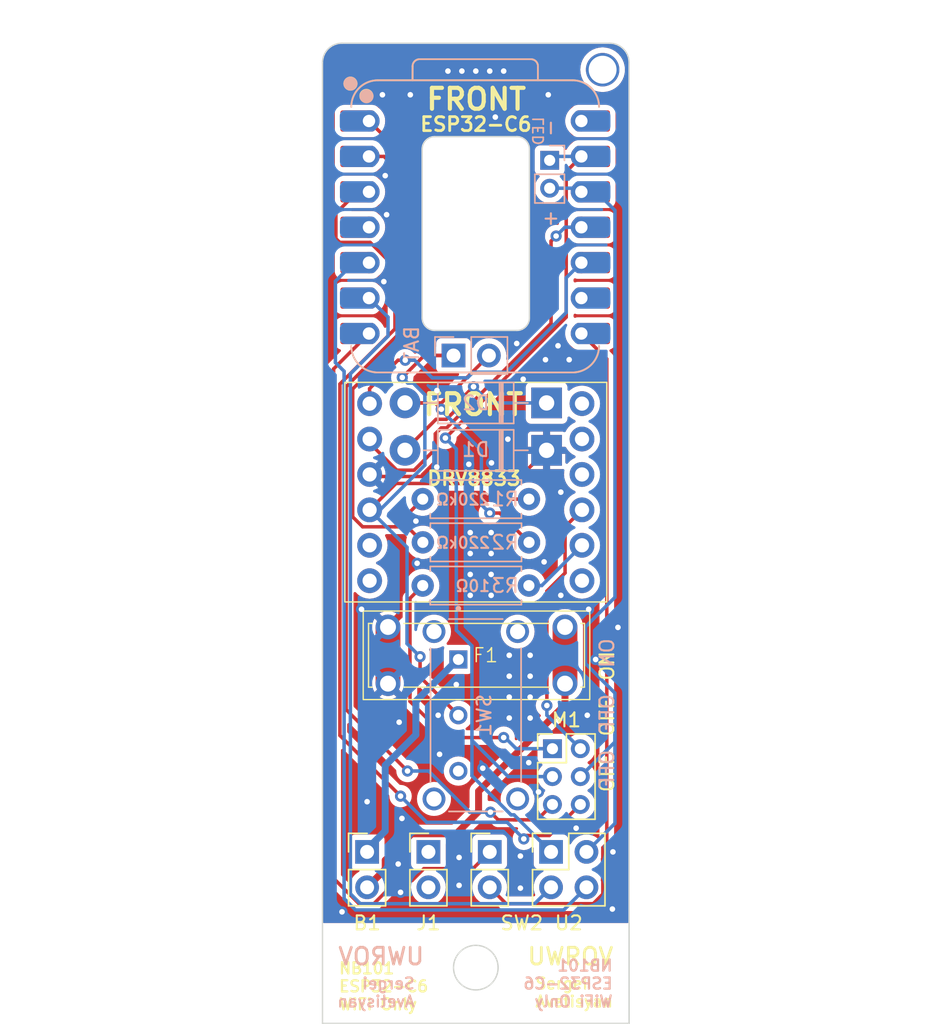
<source format=kicad_pcb>
(kicad_pcb (version 20240108) (generator "pcbnew") (generator_version "8.0")
  (layers (0 "F.Cu" signal) (31 "B.Cu" signal) (34 "B.Paste" user) (35 "F.Paste" user) (36 "B.SilkS" user "B.Silkscreen") (37 "F.SilkS" user "F.Silkscreen") (38 "B.Mask" user) (39 "F.Mask" user) (44 "Edge.Cuts" user))
  (net 0 "")
  (net 1 "Net-(B1-+)")
  (net 2 "Net-(B1--)")
  (net 3 "Net-(D1-K)")
  (net 4 "Net-(SW1-B)")
  (net 5 "Net-(D1-A)")
  (net 6 "Net-(D2-A)")
  (net 7 "Net-(M1--)")
  (net 8 "Net-(M1-+)")
  (net 9 "Net-(U1-D0)")
  (net 10 "Net-(U3-Out4)")
  (net 12 "Net-(SW2-COM)")
  (net 15 "Net-(U1-D5_SCL)")
  (net 16 "Net-(U1-D9)")
  (net 17 "unconnected-(U1-D2-Pad3)")
  (net 18 "unconnected-(U1-D1-Pad2)")
  (net 19 "Net-(U1-D10)")
  (net 21 "Net-(U1-D4_SDA)")
  (net 22 "Net-(U1-VCC_3V3)")
  (net 29 "Net-(U1-GND)")
  (net 30 "Net-(SW2-NC)")
  (footprint "NanoBoardFootprints:XIAO-ESP32C6-DIP" (layer "F.Cu") (at 140 80)
    (property "Reference" "U1")
    (property "Value" "XiaoESP32C6" (hide yes))
    (pad "1" smd roundrect (at -8.5 -7.62 180) (size 2.432 1.524) (layers "F.Cu" "F.Mask") (roundrect_rratio 0.1) (net 9 "Net-(U1-D0)"))
    (pad "1" smd roundrect (at -8.43625 -7.62) (size 2.6485 1.524) (layers "B.Cu" "B.Mask") (net 9 "Net-(U1-D0)"))
    (pad "1" thru_hole circle (at -7.665 -7.62 180) (size 1.524 1.524) (drill 0.889) (layers "*.Cu" "*.Mask") (net 9 "Net-(U1-D0)"))
    (pad "2" smd roundrect (at -8.5 -5.08 180) (size 2.432 1.524) (layers "F.Cu" "F.Mask") (roundrect_rratio 0.1) (net 18 "unconnected-(U1-D1-Pad2)"))
    (pad "2" smd roundrect (at -8.427 -5.08) (size 2.6485 1.524) (layers "B.Cu" "B.Mask") (net 18 "unconnected-(U1-D1-Pad2)"))
    (pad "2" thru_hole circle (at -7.665 -5.08 180) (size 1.524 1.524) (drill 0.889) (layers "*.Cu" "*.Mask") (net 18 "unconnected-(U1-D1-Pad2)"))
    (pad "3" smd roundrect (at -8.5 -2.54 180) (size 2.432 1.524) (layers "F.Cu" "F.Mask") (roundrect_rratio 0.1) (net 17 "unconnected-(U1-D2-Pad3)"))
    (pad "3" smd roundrect (at -8.427 -2.54) (size 2.6485 1.524) (layers "B.Cu" "B.Mask") (net 17 "unconnected-(U1-D2-Pad3)"))
    (pad "3" thru_hole circle (at -7.665 -2.54 180) (size 1.524 1.524) (drill 0.889) (layers "*.Cu" "*.Mask") (net 17 "unconnected-(U1-D2-Pad3)"))
    (pad "4" smd roundrect (at -8.5 0 180) (size 2.432 1.524) (layers "F.Cu" "F.Mask") (roundrect_rratio 0.1))
    (pad "4" smd roundrect (at -8.427 0) (size 2.6485 1.524) (layers "B.Cu" "B.Mask"))
    (pad "4" thru_hole circle (at -7.665 0 180) (size 1.524 1.524) (drill 0.889) (layers "*.Cu" "*.Mask"))
    (pad "5" smd roundrect (at -8.5 2.54 180) (size 2.432 1.524) (layers "F.Cu" "F.Mask") (roundrect_rratio 0.1) (net 21 "Net-(U1-D4_SDA)"))
    (pad "5" smd roundrect (at -8.427 2.54) (size 2.6485 1.524) (layers "B.Cu" "B.Mask") (net 21 "Net-(U1-D4_SDA)"))
    (pad "5" thru_hole circle (at -7.665 2.54 180) (size 1.524 1.524) (drill 0.889) (layers "*.Cu" "*.Mask") (net 21 "Net-(U1-D4_SDA)"))
    (pad "6" smd roundrect (at -8.5 5.08 180) (size 2.432 1.524) (layers "F.Cu" "F.Mask") (roundrect_rratio 0.1) (net 15 "Net-(U1-D5_SCL)"))
    (pad "6" smd roundrect (at -8.427 5.08) (size 2.6485 1.524) (layers "B.Cu" "B.Mask") (net 15 "Net-(U1-D5_SCL)"))
    (pad "6" thru_hole circle (at -7.665 5.08 180) (size 1.524 1.524) (drill 0.889) (layers "*.Cu" "*.Mask") (net 15 "Net-(U1-D5_SCL)"))
    (pad "7" smd roundrect (at -8.5 7.62 180) (size 2.432 1.524) (layers "F.Cu" "F.Mask") (roundrect_rratio 0.1) (net 12 "Net-(SW2-COM)"))
    (pad "7" smd roundrect (at -8.427 7.62) (size 2.6485 1.524) (layers "B.Cu" "B.Mask") (net 12 "Net-(SW2-COM)"))
    (pad "7" thru_hole circle (at -7.665 7.62 180) (size 1.524 1.524) (drill 0.889) (layers "*.Cu" "*.Mask") (net 12 "Net-(SW2-COM)"))
    (pad "8" thru_hole circle (at 7.575 7.62) (size 1.524 1.524) (drill 0.889) (layers "*.Cu" "*.Mask") (net 30 "Net-(SW2-NC)"))
    (pad "8" smd roundrect (at 8.337 7.62) (size 2.6485 1.524) (layers "B.Cu" "B.Mask") (net 30 "Net-(SW2-NC)"))
    (pad "8" smd roundrect (at 8.41 7.62) (size 2.432 1.524) (layers "F.Cu" "F.Mask") (roundrect_rratio 0.1) (net 30 "Net-(SW2-NC)"))
    (pad "9" thru_hole circle (at 7.575 5.08) (size 1.524 1.524) (drill 0.889) (layers "*.Cu" "*.Mask"))
    (pad "9" smd roundrect (at 8.337 5.08) (size 2.6485 1.524) (layers "B.Cu" "B.Mask"))
    (pad "9" smd roundrect (at 8.41 5.08) (size 2.432 1.524) (layers "F.Cu" "F.Mask") (roundrect_rratio 0.1))
    (pad "10" thru_hole circle (at 7.575 2.54) (size 1.524 1.524) (drill 0.889) (layers "*.Cu" "*.Mask") (net 16 "Net-(U1-D9)"))
    (pad "10" smd roundrect (at 8.337 2.54) (size 2.6485 1.524) (layers "B.Cu" "B.Mask") (net 16 "Net-(U1-D9)"))
    (pad "10" smd roundrect (at 8.41 2.54) (size 2.432 1.524) (layers "F.Cu" "F.Mask") (roundrect_rratio 0.1) (net 16 "Net-(U1-D9)"))
    (pad "11" thru_hole circle (at 7.575 0) (size 1.524 1.524) (drill 0.889) (layers "*.Cu" "*.Mask") (net 19 "Net-(U1-D10)"))
    (pad "11" smd roundrect (at 8.337 0) (size 2.6485 1.524) (layers "B.Cu" "B.Mask") (net 19 "Net-(U1-D10)"))
    (pad "11" smd roundrect (at 8.41 0) (size 2.432 1.524) (layers "F.Cu" "F.Mask") (roundrect_rratio 0.1) (net 19 "Net-(U1-D10)"))
    (pad "12" thru_hole circle (at 7.575 -2.54) (size 1.524 1.524) (drill 0.889) (layers "*.Cu" "*.Mask") (net 22 "Net-(U1-VCC_3V3)"))
    (pad "12" smd roundrect (at 8.337 -2.54) (size 2.6485 1.524) (layers "B.Cu" "B.Mask") (net 22 "Net-(U1-VCC_3V3)"))
    (pad "12" smd roundrect (at 8.41 -2.54) (size 2.432 1.524) (layers "F.Cu" "F.Mask") (roundrect_rratio 0.1) (net 22 "Net-(U1-VCC_3V3)"))
    (pad "13" thru_hole circle (at 7.575 -5.08) (size 1.524 1.524) (drill 0.889) (layers "*.Cu" "*.Mask") (net 29 "Net-(U1-GND)"))
    (pad "13" smd roundrect (at 8.337 -5.08) (size 2.6485 1.524) (layers "B.Cu" "B.Mask") (net 29 "Net-(U1-GND)"))
    (pad "13" smd roundrect (at 8.41 -5.08) (size 2.432 1.524) (layers "F.Cu" "F.Mask") (roundrect_rratio 0.1) (net 29 "Net-(U1-GND)"))
    (pad "14" thru_hole circle (at 7.575 -7.62) (size 1.524 1.524) (drill 0.889) (layers "*.Cu" "*.Mask"))
    (pad "14" smd roundrect (at 8.337 -7.62) (size 2.6485 1.524) (layers "B.Cu" "B.Mask"))
    (pad "14" smd roundrect (at 8.41 -7.62) (size 2.432 1.524) (layers "F.Cu" "F.Mask") (roundrect_rratio 0.1))
  )
  (footprint "Connector_PinHeader_2.54mm:PinHeader_2x02_P2.54mm_Vertical" (layer "F.Cu") (at 145.4 124.8)
    (property "Reference" "U2" (at 1.27 5.1 0) (layer "F.SilkS"))
    (property "Value" "MS583730BA01-50" (hide yes))
    (pad "1" thru_hole rect (at 0 0) (size 1.7 1.7) (drill 1) (layers "*.Cu" "*.Mask") (net 29 "Net-(U1-GND)"))
    (pad "2" thru_hole oval (at 2.54 0) (size 1.7 1.7) (drill 1) (layers "*.Cu" "*.Mask") (net 22 "Net-(U1-VCC_3V3)"))
    (pad "3" thru_hole oval (at 0 2.54) (size 1.7 1.7) (drill 1) (layers "*.Cu" "*.Mask") (net 15 "Net-(U1-D5_SCL)"))
    (pad "4" thru_hole oval (at 2.54 2.54) (size 1.7 1.7) (drill 1) (layers "*.Cu" "*.Mask") (net 21 "Net-(U1-D4_SDA)"))
  )
  (footprint "NanoBoardFootprints:Fuse-Holder-01110501Z" (layer "F.Cu") (at 140.05 110.7)
    (property "Reference" "F1" (at 0.65 0 0) (layer "F.SilkS") (effects (font (thickness 0.1))))
    (property "Value" "0.5A Fuse")
    (pad "1" thru_hole circle (at -6.35 -2.032) (size 1.778 1.778) (drill 1.143) (layers "*.Cu" "*.Mask") (net 3 "Net-(D1-K)"))
    (pad "1" smd rect (at -6.35 0) (size 1.778 4.064) (layers "F.Cu" "F.Mask") (net 3 "Net-(D1-K)"))
    (pad "1" thru_hole circle (at -6.35 2.032) (size 1.778 1.778) (drill 1.143) (layers "*.Cu" "*.Mask") (net 3 "Net-(D1-K)"))
    (pad "2" thru_hole circle (at 6.35 -2.032) (size 1.778 1.778) (drill 1.143) (layers "*.Cu" "*.Mask") (net 2 "Net-(B1--)"))
    (pad "2" smd rect (at 6.35 0) (size 1.778 4.064) (layers "F.Cu" "F.Mask") (net 2 "Net-(B1--)"))
    (pad "2" thru_hole circle (at 6.35 2.032) (size 1.778 1.778) (drill 1.143) (layers "*.Cu" "*.Mask") (net 2 "Net-(B1--)"))
  )
  (footprint "Connector_PinHeader_2.00mm:PinHeader_2x03_P2.00mm_Vertical" (layer "F.Cu") (at 145.5 117.4)
    (property "Reference" "M1" (at 1 -2.06 0) (layer "F.SilkS"))
    (property "Value" "PinHeader_2x03_P2.00mm_Vertical" (hide yes))
    (pad "1" thru_hole rect (at 0 0) (size 1.35 1.35) (drill 0.8) (layers "*.Cu" "*.Mask") (net 7 "Net-(M1--)"))
    (pad "2" thru_hole oval (at 2 0) (size 1.35 1.35) (drill 0.8) (layers "*.Cu" "*.Mask") (net 8 "Net-(M1-+)"))
    (pad "3" thru_hole oval (at 0 2) (size 1.35 1.35) (drill 0.8) (layers "*.Cu" "*.Mask") (net 29 "Net-(U1-GND)"))
    (pad "4" thru_hole oval (at 2 2) (size 1.35 1.35) (drill 0.8) (layers "*.Cu" "*.Mask") (net 22 "Net-(U1-VCC_3V3)"))
    (pad "5" thru_hole oval (at 0 4) (size 1.35 1.35) (drill 0.8) (layers "*.Cu" "*.Mask") (net 18 "unconnected-(U1-D1-Pad2)"))
    (pad "6" thru_hole oval (at 2 4) (size 1.35 1.35) (drill 0.8) (layers "*.Cu" "*.Mask") (net 17 "unconnected-(U1-D2-Pad3)"))
  )
  (footprint "Connector_PinHeader_2.54mm:PinHeader_1x02_P2.54mm_Vertical" (layer "F.Cu") (at 132.2 124.8)
    (property "Reference" "B1" (at 0 5.1 0) (layer "F.SilkS"))
    (property "Value" "6V" (hide yes))
    (pad "1" thru_hole rect (at 0 0) (size 1.7 1.7) (drill 1) (layers "*.Cu" "*.Mask") (net 1 "Net-(B1-+)"))
    (pad "2" thru_hole oval (at 0 2.54) (size 1.7 1.7) (drill 1) (layers "*.Cu" "*.Mask") (net 2 "Net-(B1--)"))
  )
  (footprint "Connector_PinHeader_2.54mm:PinHeader_1x02_P2.54mm_Vertical" (layer "F.Cu") (at 136.6 124.8)
    (property "Reference" "J1" (at 0 5.1 0) (layer "F.SilkS"))
    (property "Value" "Motor_DC" (hide yes))
    (pad "1" thru_hole rect (at 0 0) (size 1.7 1.7) (drill 1) (layers "*.Cu" "*.Mask"))
    (pad "2" thru_hole oval (at 0 2.54) (size 1.7 1.7) (drill 1) (layers "*.Cu" "*.Mask"))
  )
  (footprint "Connector_PinHeader_2.54mm:PinHeader_1x02_P2.54mm_Vertical" (layer "F.Cu") (at 141 124.8)
    (property "Reference" "SW2" (at 2.3 5.1 0) (layer "F.SilkS"))
    (property "Value" "Limit Switch" (hide yes))
    (pad "1" thru_hole rect (at 0 0) (size 1.7 1.7) (drill 1) (layers "*.Cu" "*.Mask") (net 12 "Net-(SW2-COM)"))
    (pad "2" thru_hole oval (at 0 2.54) (size 1.7 1.7) (drill 1) (layers "*.Cu" "*.Mask") (net 30 "Net-(SW2-NC)"))
  )
  (footprint "TestPoint:TestPoint_THTPad_D1.0mm_Drill0.5mm" (layer "F.Cu") (at 149.1 68.7)
    (property "Reference" "REF**" (hide yes))
    (property "Value" "TestPoint_THTPad_D1.0mm_Drill0.5mm" (hide yes))
    (pad "1" thru_hole circle (at 0 0) (size 2.4 2.4) (drill 2) (layers "*.Cu" "*.Mask"))
  )
  (footprint "NanoBoardFootprints:DRV8833-THT" (layer "F.Cu") (at 140 99)
    (property "Reference" "U3" (hide yes))
    (property "Value" "DRV8833-THT" (hide yes))
    (pad "1" thru_hole circle (at 7.62 -6.35) (size 1.778 1.778) (drill 1.016) (layers "*.Cu" "*.Mask"))
    (pad "2" thru_hole circle (at 7.62 -3.81) (size 1.778 1.778) (drill 1.016) (layers "*.Cu" "*.Mask"))
    (pad "3" thru_hole circle (at 7.62 -1.27) (size 1.778 1.778) (drill 1.016) (layers "*.Cu" "*.Mask"))
    (pad "4" thru_hole circle (at 7.62 1.27) (size 1.778 1.778) (drill 1.016) (layers "*.Cu" "*.Mask") (net 8 "Net-(M1-+)"))
    (pad "5" thru_hole circle (at 7.62 3.81) (size 1.778 1.778) (drill 1.016) (layers "*.Cu" "*.Mask") (net 10 "Net-(U3-Out4)"))
    (pad "6" thru_hole circle (at 7.62 6.35) (size 1.778 1.778) (drill 1.016) (layers "*.Cu" "*.Mask"))
    (pad "7" thru_hole circle (at -7.62 6.35) (size 1.778 1.778) (drill 1.016) (layers "*.Cu" "*.Mask"))
    (pad "8" thru_hole circle (at -7.62 3.81) (size 1.778 1.778) (drill 1.016) (layers "*.Cu" "*.Mask"))
    (pad "9" thru_hole circle (at -7.62 1.27) (size 1.778 1.778) (drill 1.016) (layers "*.Cu" "*.Mask") (net 4 "Net-(SW1-B)"))
    (pad "10" thru_hole circle (at -7.62 -1.27) (size 1.778 1.778) (drill 1.016) (layers "*.Cu" "*.Mask") (net 3 "Net-(D1-K)"))
    (pad "11" thru_hole circle (at -7.62 -3.81) (size 1.778 1.778) (drill 1.016) (layers "*.Cu" "*.Mask") (net 19 "Net-(U1-D10)"))
    (pad "12" thru_hole circle (at -7.62 -6.35) (size 1.778 1.778) (drill 1.016) (layers "*.Cu" "*.Mask") (net 16 "Net-(U1-D9)"))
  )
  (footprint "Resistor_THT:R_Axial_DIN0207_L6.3mm_D2.5mm_P7.62mm_Horizontal" (layer "B.Cu") (at 143.81 99.5 180)
    (property "Reference" "R1" (at 1.71 0 0) (layer "B.SilkS") (effects (justify mirror)))
    (property "Value" "220kOhm" (hide yes))
    (pad "1" thru_hole circle (at 0 0 180) (size 1.6 1.6) (drill 0.8) (layers "*.Cu" "*.Mask") (net 4 "Net-(SW1-B)"))
    (pad "2" thru_hole oval (at 7.62 0 180) (size 1.6 1.6) (drill 0.8) (layers "*.Cu" "*.Mask") (net 9 "Net-(U1-D0)"))
  )
  (footprint "Diode_THT:D_DO-41_SOD81_P10.16mm_Horizontal" (layer "B.Cu") (at 145.08 92.6 180)
    (property "Reference" "D2" (at 5.08 0 0) (layer "B.SilkS") (effects (justify mirror)))
    (property "Value" "Rectifier Diode" (hide yes))
    (pad "1" thru_hole rect (at 0 0 180) (size 2.2 2.2) (drill 1.1) (layers "*.Cu" "*.Mask") (net 5 "Net-(D1-A)"))
    (pad "2" thru_hole oval (at 10.16 0 180) (size 2.2 2.2) (drill 1.1) (layers "*.Cu" "*.Mask") (net 6 "Net-(D2-A)"))
  )
  (footprint "Connector_PinHeader_2.54mm:PinHeader_1x02_P2.54mm_Vertical" (layer "B.Cu") (at 138.4 89.2 -90)
    (property "Reference" "BAT" (at -0.8 3 90) (layer "B.SilkS") (effects (justify mirror)))
    (property "Value" "PinHeader_1x02_P2.54mm_Vertical" (hide yes))
    (pad "1" thru_hole rect (at 0 0 270) (size 1.7 1.7) (drill 1) (layers "*.Cu" "*.Mask") (net 4 "Net-(SW1-B)"))
    (pad "2" thru_hole oval (at 0 -2.54 270) (size 1.7 1.7) (drill 1) (layers "*.Cu" "*.Mask") (net 6 "Net-(D2-A)"))
  )
  (footprint "NanoBoardFootprints:Slide-Switch-EG1224" (layer "B.Cu") (at 140 115 -90)
    (property "Reference" "SW1" (at 0 -0.6 90) (layer "B.SilkS") (effects (justify mirror)))
    (property "Value" "SW")
    (pad "1" thru_hole rect (at -4 1.25 270) (size 1.298 1.298) (drill 0.79) (layers "*.Cu" "*.Mask") (net 1 "Net-(B1-+)"))
    (pad "2" thru_hole circle (at 0 1.25 270) (size 1.298 1.298) (drill 0.79) (layers "*.Cu" "*.Mask") (net 4 "Net-(SW1-B)"))
    (pad "3" thru_hole circle (at 4 1.25 270) (size 1.298 1.298) (drill 0.79) (layers "*.Cu" "*.Mask"))
    (pad "S1" thru_hole circle (at -6 -3 270) (size 1.635 1.635) (drill 1.09) (layers "*.Cu" "*.Mask"))
    (pad "S2" thru_hole circle (at 6 -3 270) (size 1.635 1.635) (drill 1.09) (layers "*.Cu" "*.Mask"))
    (pad "S3" thru_hole circle (at 6 3 270) (size 1.635 1.635) (drill 1.09) (layers "*.Cu" "*.Mask"))
    (pad "S4" thru_hole circle (at -6 3 270) (size 1.635 1.635) (drill 1.09) (layers "*.Cu" "*.Mask"))
  )
  (footprint "Diode_THT:D_DO-41_SOD81_P10.16mm_Horizontal" (layer "B.Cu") (at 145.08 96 180)
    (property "Reference" "D1" (at 5.08 0.05 0) (layer "B.SilkS") (effects (justify mirror)))
    (property "Value" "Rectifier Diode" (hide yes))
    (pad "1" thru_hole rect (at 0 0 180) (size 2.2 2.2) (drill 1.1) (layers "*.Cu" "*.Mask") (net 3 "Net-(D1-K)"))
    (pad "2" thru_hole oval (at 10.16 0 180) (size 2.2 2.2) (drill 1.1) (layers "*.Cu" "*.Mask") (net 5 "Net-(D1-A)"))
  )
  (footprint "Resistor_THT:R_Axial_DIN0207_L6.3mm_D2.5mm_P7.62mm_Horizontal" (layer "B.Cu") (at 143.81 105.7 180)
    (property "Reference" "R3" (at 1.71 0 0) (layer "B.SilkS") (effects (justify mirror)))
    (property "Value" "10 Ohm" (hide yes))
    (pad "1" thru_hole circle (at 0 0 180) (size 1.6 1.6) (drill 0.8) (layers "*.Cu" "*.Mask") (net 10 "Net-(U3-Out4)"))
    (pad "2" thru_hole oval (at 7.62 0 180) (size 1.6 1.6) (drill 0.8) (layers "*.Cu" "*.Mask") (net 7 "Net-(M1--)"))
  )
  (footprint "Resistor_THT:R_Axial_DIN0207_L6.3mm_D2.5mm_P7.62mm_Horizontal" (layer "B.Cu") (at 143.82 102.6 180)
    (property "Reference" "R2" (at 1.72 0 0) (layer "B.SilkS") (effects (justify mirror)))
    (property "Value" "220kOhm" (hide yes))
    (pad "1" thru_hole circle (at 0 0 180) (size 1.6 1.6) (drill 0.8) (layers "*.Cu" "*.Mask") (net 6 "Net-(D2-A)"))
    (pad "2" thru_hole oval (at 7.62 0 180) (size 1.6 1.6) (drill 0.8) (layers "*.Cu" "*.Mask") (net 9 "Net-(U1-D0)"))
  )
  (footprint "Connector_PinHeader_2.00mm:PinHeader_1x02_P2.00mm_Vertical" (layer "B.Cu") (at 145.3 75.2 180)
    (property "Reference" "LED" (at 0.8 2.1 90) (layer "B.SilkS") (effects (font (size 0.75 0.75) (thickness 0.12)) (justify mirror)))
    (property "Value" "PinHeader_1x02_P2.00mm_Vertical" (hide yes))
    (pad "1" thru_hole rect (at 0 0 180) (size 1.35 1.35) (drill 0.8) (layers "*.Cu" "*.Mask") (net 29 "Net-(U1-GND)"))
    (pad "2" thru_hole oval (at 0 -2 180) (size 1.35 1.35) (drill 0.8) (layers "*.Cu" "*.Mask") (net 22 "Net-(U1-VCC_3V3)"))
  )
  (gr_line (start 129 137.1) (end 129 68.2) (stroke (width 0.1)) (layer "Edge.Cuts"))
  (gr_line (start 151 68.2) (end 151 137.1) (stroke (width 0.1)) (layer "Edge.Cuts"))
  (gr_line (start 151 137.1) (end 129 137.1) (stroke (width 0.1)) (layer "Edge.Cuts"))
  (gr_line (start 142.95 87.4) (end 137.05 87.4) (stroke (width 0.1)) (layer "Edge.Cuts"))
  (gr_arc (start 136.15 74.4) (mid 136.413604 73.763604) (end 137.05 73.5) (stroke (width 0.1)) (layer "Edge.Cuts"))
  (gr_arc (start 142.95 73.5) (mid 143.586396 73.763604) (end 143.85 74.4) (stroke (width 0.1)) (layer "Edge.Cuts"))
  (gr_arc (start 143.85 86.5) (mid 143.586396 87.136396) (end 142.95 87.4) (stroke (width 0.1)) (layer "Edge.Cuts"))
  (gr_circle (center 140 133.1) (end 141.6 133.1) (stroke (width 0.1)) (fill none) (layer "Edge.Cuts"))
  (gr_line (start 143.85 86.5) (end 143.85 74.4) (stroke (width 0.1)) (layer "Edge.Cuts"))
  (gr_line (start 130.4 66.8) (end 149.6 66.8) (stroke (width 0.1)) (layer "Edge.Cuts"))
  (gr_arc (start 149.6 66.8) (mid 150.589949 67.210051) (end 151 68.2) (stroke (width 0.1)) (layer "Edge.Cuts"))
  (gr_arc (start 137.05 87.4) (mid 136.413604 87.136396) (end 136.15 86.5) (stroke (width 0.1)) (layer "Edge.Cuts"))
  (gr_arc (start 129 68.2) (mid 129.410051 67.210051) (end 130.4 66.8) (stroke (width 0.1)) (layer "Edge.Cuts"))
  (gr_line (start 137.05 73.5) (end 142.95 73.5) (stroke (width 0.1)) (layer "Edge.Cuts"))
  (gr_line (start 136.15 74.4) (end 136.15 86.5) (stroke (width 0.1)) (layer "Edge.Cuts"))
  (gr_text "ON" (at 150 109.4 90) (layer "B.SilkS") (effects (font (size 1 1)) (justify left bottom mirror)))
  (gr_text "10Ω" (at 141.1 106.2 0) (layer "B.SilkS") (effects (font (size 0.8 0.8) (thickness 0.15) (bold yes)) (justify left bottom mirror)))
  (gr_text "OFF" (at 150 117.4 90) (layer "B.SilkS") (effects (font (size 1 1)) (justify left bottom mirror)))
  (gr_text "+" (at 145.9 80.1 90) (layer "B.SilkS") (effects (font (size 1 1)) (justify left bottom)))
  (gr_text "Sergei\nAvetisyan" (at 135.7 136 0) (layer "B.SilkS") (effects (font (size 0.8 0.8) (thickness 0.15) (bold yes)) (justify left bottom mirror)))
  (gr_text "UWROV" (at 136.4 133 0) (layer "B.SilkS") (effects (font (size 1.2 1.2) (thickness 0.2) (bold yes)) (justify left bottom mirror)))
  (gr_text "OFF" (at 150 113.4 90) (layer "B.SilkS") (effects (font (size 1 1)) (justify left bottom mirror)))
  (gr_text "220kΩ" (at 141.1 100 0) (layer "B.SilkS") (effects (font (size 0.8 0.8) (thickness 0.15) (bold yes)) (justify left bottom mirror)))
  (gr_text "NB101\nESP32-C6\nWiFi Only\n" (at 149.9 136 0) (layer "B.SilkS") (effects (font (size 0.8 0.8) (thickness 0.16) (bold yes)) (justify left bottom mirror)))
  (gr_text "220kΩ" (at 141.1 103.1 0) (layer "B.SilkS") (effects (font (size 0.8 0.8) (thickness 0.15) (bold yes)) (justify left bottom mirror)))
  (gr_text "-\n" (at 145.9 73.6 90) (layer "B.SilkS") (effects (font (size 1 1)) (justify left bottom)))
  (gr_text "OFF" (at 150 120.6 90) (layer "F.SilkS") (effects (font (size 1 1)) (justify left bottom)))
  (gr_text "FRONT" (at 136.1 93.6 0) (layer "F.SilkS") (effects (font (size 1.5 1.5) (thickness 0.3) (bold yes)) (justify left bottom)))
  (gr_text "UWROV" (at 143.6 133 0) (layer "F.SilkS") (effects (font (size 1.2 1.2) (thickness 0.2) (bold yes)) (justify left bottom)))
  (gr_text "OFF" (at 150 116.6 90) (layer "F.SilkS") (effects (font (size 1 1)) (justify left bottom)))
  (gr_text "ON" (at 150 112.6 90) (layer "F.SilkS") (effects (font (size 1 1)) (justify left bottom)))
  (gr_text "FRONT" (at 136.3 71.7 0) (layer "F.SilkS") (effects (font (size 1.5 1.5) (thickness 0.3) (bold yes)) (justify left bottom)))
  (gr_text "Sergei\nAvetisyan" (at 144.2 136 0) (layer "F.SilkS") (effects (font (size 0.8 0.8) (thickness 0.15) (bold yes)) (justify left bottom)))
  (gr_text "DRV8833" (at 136.4 98.6 0) (layer "F.SilkS") (effects (font (size 1 1) (thickness 0.2) (bold yes)) (justify left bottom)))
  (gr_text "NB101\nESP32-C6\nWiFi Only\n" (at 130.1 136.2 0) (layer "F.SilkS") (effects (font (size 0.8 0.8) (thickness 0.16) (bold yes)) (justify left bottom)))
  (gr_text "ESP32-C6" (at 135.9 73.2 0) (layer "F.SilkS") (effects (font (size 1 1) (thickness 0.2) (bold yes)) (justify left bottom)))
  (segment (start 133.5 123.3) (end 132.2 124.6) (width 0.5) (layer "B.Cu") (net 1))
  (segment (start 138.7 111) (end 135.7 114) (width 0.5) (layer "B.Cu") (net 1))
  (segment (start 138.7 111) (end 138.75 111) (width 0.25) (layer "B.Cu") (net 1))
  (segment (start 132.2 124.6) (end 132.2 124.8) (width 0.5) (layer "B.Cu") (net 1))
  (segment (start 135.7 116.4) (end 133.5 118.6) (width 0.5) (layer "B.Cu") (net 1))
  (segment (start 132.2 124.8) (end 132.2 124.7) (width 0.25) (layer "B.Cu") (net 1))
  (segment (start 133.5 118.6) (end 133.5 123.3) (width 0.5) (layer "B.Cu") (net 1))
  (segment (start 135.7 114) (end 135.7 116.4) (width 0.5) (layer "B.Cu") (net 1))
  (segment (start 140.2 120.45) (end 146.4 114.25) (width 0.5) (layer "F.Cu") (net 2))
  (segment (start 132.2 127.34) (end 133.5 126.04) (width 0.5) (layer "F.Cu") (net 2))
  (segment (start 133.5 125.4) (end 135.4 123.5) (width 0.5) (layer "F.Cu") (net 2))
  (segment (start 133.5 126.04) (end 133.5 125.4) (width 0.5) (layer "F.Cu") (net 2))
  (segment (start 140.2 121.9) (end 140.2 120.45) (width 0.5) (layer "F.Cu") (net 2))
  (segment (start 138.6 123.5) (end 140.2 121.9) (width 0.5) (layer "F.Cu") (net 2))
  (segment (start 146.4 114.25) (end 146.4 112.732) (width 0.5) (layer "F.Cu") (net 2))
  (segment (start 135.4 123.5) (end 138.6 123.5) (width 0.5) (layer "F.Cu") (net 2))
  (segment (start 132.525 97.875) (end 143.205 97.875) (width 0.25) (layer "F.Cu") (net 3))
  (segment (start 132.38 97.73) (end 132.525 97.875) (width 0.25) (layer "F.Cu") (net 3))
  (segment (start 132.38 97.73) (end 132.65 98) (width 0.25) (layer "F.Cu") (net 3))
  (segment (start 143.205 97.875) (end 145.08 96) (width 0.25) (layer "F.Cu") (net 3))
  (via (at 146.1 99) (size 0.8) (drill 0.4) (layers "F.Cu" "B.Cu") (net 3))
  (via (at 141.1 101.9) (size 0.8) (drill 0.4) (layers "F.Cu" "B.Cu") (net 3))
  (via (at 147.2 123.1) (size 0.8) (drill 0.4) (layers "F.Cu" "B.Cu") (net 3))
  (via (at 146.1 106.4) (size 0.8) (drill 0.4) (layers "F.Cu" "B.Cu") (net 3))
  (via (at 149.84 124.8) (size 0.8) (drill 0.4) (layers "F.Cu" "B.Cu") (net 3))
  (via (at 142.4 110.7) (size 0.8) (drill 0.4) (layers "F.Cu" "B.Cu") (net 3))
  (via (at 139.6 104.9) (size 0.8) (drill 0.4) (layers "F.Cu" "B.Cu") (net 3))
  (via (at 141.125 96.9) (size 0.8) (drill 0.4) (layers "F.Cu" "B.Cu") (net 3))
  (via (at 131.8 107.4) (size 0.8) (drill 0.4) (layers "F.Cu" "B.Cu") (net 3))
  (via (at 142 68.8) (size 0.8) (drill 0.4) (layers "F.Cu" "B.Cu") (net 3))
  (via (at 144.5 120.5) (size 0.8) (drill 0.4) (layers "F.Cu" "B.Cu") (net 3))
  (via (at 145 89.5) (size 0.8) (drill 0.4) (layers "F.Cu" "B.Cu") (net 3))
  (via (at 135.79 104.1) (size 0.8) (drill 0.4) (layers "F.Cu" "B.Cu") (net 3))
  (via (at 143.2 127.4) (size 0.8) (drill 0.4) (layers "F.Cu" "B.Cu") (net 3))
  (via (at 141.1 103.4) (size 0.8) (drill 0.4) (layers "F.Cu" "B.Cu") (net 3))
  (via (at 143.4 90.9) (size 0.8) (drill 0.4) (layers "F.Cu" "B.Cu") (net 3))
  (via (at 134.5 115.5) (size 0.8) (drill 0.4) (layers "F.Cu" "B.Cu") (net 3))
  (via (at 138.8 127.2) (size 0.8) (drill 0.4) (layers "F.Cu" "B.Cu") (net 3))
  (via (at 143.9 110.7) (size 0.8) (drill 0.4) (layers "F.Cu" "B.Cu") (net 3))
  (via (at 133.6 79.1) (size 0.8) (drill 0.4) (layers "F.Cu" "B.Cu") (net 3))
  (via (at 148.6 111) (size 0.8) (drill 0.4) (layers "F.Cu" "B.Cu") (net 3))
  (via (at 133.3 70.5) (size 0.8) (drill 0.4) (layers "F.Cu" "B.Cu") (net 3))
  (via (at 148 115) (size 0.8) (drill 0.4) (layers "F.Cu" "B.Cu") (net 3))
  (via (at 144.9 104) (size 0.8) (drill 0.4) (layers "F.Cu" "B.Cu") (net 3))
  (via (at 132.2 121.2) (size 0.8) (drill 0.4) (layers "F.Cu" "B.Cu") (net 3))
  (via (at 141.4 72.1) (size 0.8) (drill 0.4) (layers "F.Cu" "B.Cu") (net 3))
  (via (at 145.2 70.5) (size 0.8) (drill 0.4) (layers "F.Cu" "B.Cu") (net 3))
  (via (at 142.4 113.7) (size 0.8) (drill 0.4) (layers "F.Cu" "B.Cu") (net 3))
  (via (at 142.3 95.2) (size 0.8) (drill 0.4) (layers "F.Cu" "B.Cu") (net 3))
  (via (at 139.6 103.4) (size 0.8) (drill 0.4) (layers "F.Cu" "B.Cu") (net 3))
  (via (at 143.9 112.2) (size 0.8) (drill 0.4) (layers "F.Cu" "B.Cu") (net 3))
  (via (at 146.7 89.5) (size 0.8) (drill 0.4) (layers "F.Cu" "B.Cu") (net 3))
  (via (at 150.2 108.7) (size 0.8) (drill 0.4) (layers "F.Cu" "B.Cu") (net 3))
  (via (at 140 68.8) (size 0.8) (drill 0.4) (layers "F.Cu" "B.Cu") (net 3))
  (via (at 137.4 117.8) (size 0.8) (drill 0.4) (layers "F.Cu" "B.Cu") (net 3))
  (via (at 134.6 127.7) (size 0.8) (drill 0.4) (layers "F.Cu" "B.Cu") (net 3))
  (via (at 138 68.8) (size 0.8) (drill 0.4) (layers "F.Cu" "B.Cu") (net 3))
  (via (at 134.7 122.4) (size 0.8) (drill 0.4) (layers "F.Cu" "B.Cu") (net 3))
  (via (at 145.9 88.5) (size 0.8) (drill 0.4) (layers "F.Cu" "B.Cu") (net 3))
  (via (at 142.936777 88.336777) (size 0.8) (drill 0.4) (layers "F.Cu" "B.Cu") (net 3))
  (via (at 137.211246 91.709726) (size 0.8) (drill 0.4) (layers "F.Cu" "B.Cu") (net 3))
  (via (at 137.3 115) (size 0.8) (drill 0.4) (layers "F.Cu" "B.Cu") (net 3))
  (via (at 134.432214 125.669868) (size 0.8) (drill 0.4) (layers "F.Cu" "B.Cu") (net 3))
  (via (at 133.4 83.9) (size 0.8) (drill 0.4) (layers "F.Cu" "B.Cu") (net 3))
  (via (at 143.9 113.7) (size 0.8) (drill 0.4) (layers "F.Cu" "B.Cu") (net 3))
  (via (at 143.9 115.2) (size 0.8) (drill 0.4) (layers "F.Cu" "B.Cu") (net 3))
  (via (at 133.5 76.3) (size 0.8) (drill 0.4) (layers "F.Cu" "B.Cu") (net 3))
  (via (at 141.1 106.4) (size 0.8) (drill 0.4) (layers "F.Cu" "B.Cu") (net 3))
  (via (at 135.3 70.5) (size 0.8) (drill 0.4) (layers "F.Cu" "B.Cu") (net 3))
  (via (at 143.8 118.4) (size 0.8) (drill 0.4) (layers "F.Cu" "B.Cu") (net 3))
  (via (at 139.6 101.9) (size 0.8) (drill 0.4) (layers "F.Cu" "B.Cu") (net 3))
  (via (at 141.1 104.9) (size 0.8) (drill 0.4) (layers "F.Cu" "B.Cu") (net 3))
  (via (at 139.6 106.4) (size 0.8) (drill 0.4) (layers "F.Cu" "B.Cu") (net 3))
  (via (at 148.1 107.4) (size 0.8) (drill 0.4) (layers "F.Cu" "B.Cu") (net 3))
  (via (at 139 68.8) (size 0.8) (drill 0.4) (layers "F.Cu" "B.Cu") (net 3))
  (via (at 138.8 125.2) (size 0.8) (drill 0.4) (layers "F.Cu" "B.Cu") (net 3))
  (via (at 149.8 128.9) (size 0.8) (drill 0.4) (layers "F.Cu" "B.Cu") (net 3))
  (via (at 140.5 118.8) (size 0.8) (drill 0.4) (layers "F.Cu" "B.Cu") (net 3))
  (via (at 138.6 112.8) (size 0.8) (drill 0.4) (layers "F.Cu" "B.Cu") (net 3))
  (via (at 137.2 97.2) (size 0.8) (drill 0.4) (layers "F.Cu" "B.Cu") (net 3))
  (via (at 135.702222 101.076916) (size 0.8) (drill 0.4) (layers "F.Cu" "B.Cu") (net 3))
  (via (at 143.2 125.1) (size 0.8) (drill 0.4) (layers "F.Cu" "B.Cu") (net 3))
  (via (at 142.4 112.2) (size 0.8) (drill 0.4) (layers "F.Cu" "B.Cu") (net 3))
  (via (at 130.4 129.1) (size 0.8) (drill 0.4) (layers "F.Cu" "B.Cu") (net 3))
  (via (at 142.4 115.2) (size 0.8) (drill 0.4) (layers "F.Cu" "B.Cu") (net 3))
  (via (at 139.5 97) (size 0.8) (drill 0.4) (layers "F.Cu" "B.Cu") (net 3))
  (via (at 141 68.8) (size 0.8) (drill 0.4) (layers "F.Cu" "B.Cu") (net 3))
  (segment (start 142.1 99.5) (end 143.81 99.5) (width 0.25) (layer "F.Cu") (net 4))
  (segment (start 136 110.8) (end 136 112.25) (width 0.25) (layer "F.Cu") (net 4))
  (segment (start 136 112.25) (end 138.75 115) (width 0.25) (layer "F.Cu") (net 4))
  (segment (start 138.387653 89.187653) (end 138.4 89.2) (width 0.25) (layer "F.Cu") (net 4))
  (segment (start 136.312347 89.187653) (end 138.387653 89.187653) (width 0.25) (layer "F.Cu") (net 4))
  (segment (start 142.1 99.5) (end 142 99.5) (width 0.25) (layer "F.Cu") (net 4))
  (segment (start 142 99.5) (end 140.875 98.375) (width 0.25) (layer "F.Cu") (net 4))
  (segment (start 134.275 98.375) (end 132.38 100.27) (width 0.25) (layer "F.Cu") (net 4))
  (segment (start 136.9 89.2) (end 138.4 89.2) (width 0.25) (layer "F.Cu") (net 4))
  (segment (start 140.875 98.375) (end 134.275 98.375) (width 0.25) (layer "F.Cu") (net 4))
  (segment (start 134.723172 90.776828) (end 136.312347 89.187653) (width 0.25) (layer "F.Cu") (net 4))
  (via (at 134.723172 90.776828) (size 0.8) (drill 0.4) (layers "F.Cu" "B.Cu") (net 4))
  (via (at 136 110.8) (size 0.8) (drill 0.4) (layers "F.Cu" "B.Cu") (net 4))
  (segment (start 135.065 109.865) (end 135.065 102.955) (width 0.25) (layer "B.Cu") (net 4))
  (segment (start 134.723172 90.776828) (end 135.121344 91.175) (width 0.25) (layer "B.Cu") (net 4))
  (segment (start 136 110.8) (end 135.065 109.865) (width 0.25) (layer "B.Cu") (net 4))
  (segment (start 133.13 100.27) (end 132.38 100.27) (width 0.25) (layer "B.Cu") (net 4))
  (segment (start 135.510255 91.175) (end 136.345 92.009745) (width 0.25) (layer "B.Cu") (net 4))
  (segment (start 135.065 102.955) (end 132.38 100.27) (width 0.25) (layer "B.Cu") (net 4))
  (segment (start 136.345 97.055) (end 133.13 100.27) (width 0.25) (layer "B.Cu") (net 4))
  (segment (start 136.345 92.009745) (end 136.345 97.055) (width 0.25) (layer "B.Cu") (net 4))
  (segment (start 135.121344 91.175) (end 135.510255 91.175) (width 0.25) (layer "B.Cu") (net 4))
  (segment (start 137.145 93.775) (end 134.92 96) (width 0.25) (layer "F.Cu") (net 5))
  (segment (start 138.7 92.573554) (end 138.7 92.962464) (width 0.25) (layer "F.Cu") (net 5))
  (segment (start 138.7 92.962464) (end 137.887464 93.775) (width 0.25) (layer "F.Cu") (net 5))
  (segment (start 137.887464 93.775) (end 137.145 93.775) (width 0.25) (layer "F.Cu") (net 5))
  (segment (start 139.836777 91.436777) (end 138.7 92.573554) (width 0.25) (layer "F.Cu") (net 5))
  (via (at 139.836777 91.436777) (size 0.8) (drill 0.4) (layers "F.Cu" "B.Cu") (net 5))
  (segment (start 141 92.6) (end 145.08 92.6) (width 0.25) (layer "B.Cu") (net 5))
  (segment (start 139.836777 91.436777) (end 141 92.6) (width 0.25) (layer "B.Cu") (net 5))
  (segment (start 137.54 92.6) (end 134.92 92.6) (width 0.25) (layer "F.Cu") (net 6))
  (segment (start 141 100.5) (end 141.72 100.5) (width 0.25) (layer "F.Cu") (net 6))
  (segment (start 137.075 92.6) (end 134.92 92.6) (width 0.25) (layer "F.Cu") (net 6))
  (segment (start 140.94 89.2) (end 137.54 92.6) (width 0.25) (layer "F.Cu") (net 6))
  (segment (start 137.525 93.05) (end 137.075 92.6) (width 0.25) (layer "F.Cu") (net 6))
  (segment (start 141.72 100.5) (end 143.82 102.6) (width 0.25) (layer "F.Cu") (net 6))
  (via (at 141 100.5) (size 0.8) (drill 0.4) (layers "F.Cu" "B.Cu") (net 6))
  (via (at 137.525 93.05) (size 0.8) (drill 0.4) (layers "F.Cu" "B.Cu") (net 6))
  (segment (start 140.4 96) (end 137.525 93.125) (width 0.25) (layer "B.Cu") (net 6))
  (segment (start 140.4 99.9) (end 140.4 96) (width 0.25) (layer "B.Cu") (net 6))
  (segment (start 141 100.5) (end 140.4 99.9) (width 0.25) (layer "B.Cu") (net 6))
  (segment (start 137.525 93.125) (end 137.525 93.05) (width 0.25) (layer "B.Cu") (net 6))
  (segment (start 135.275 106.615) (end 135.275 113.3) (width 0.25) (layer "F.Cu") (net 7))
  (segment (start 135.275 113.3) (end 135.275 113.475) (width 0.25) (layer "F.Cu") (net 7))
  (segment (start 137.874695 116.6) (end 142 116.6) (width 0.25) (layer "F.Cu") (net 7))
  (segment (start 135.275 114.000305) (end 137.874695 116.6) (width 0.25) (layer "F.Cu") (net 7))
  (segment (start 135.275 113.3) (end 135.275 114.000305) (width 0.25) (layer "F.Cu") (net 7))
  (segment (start 136.19 105.7) (end 135.275 106.615) (width 0.25) (layer "F.Cu") (net 7))
  (via (at 142 116.6) (size 0.8) (drill 0.4) (layers "F.Cu" "B.Cu") (net 7))
  (segment (start 142.9 117.4) (end 145.5 117.4) (width 0.25) (layer "B.Cu") (net 7))
  (segment (start 142.1 116.6) (end 142.9 117.4) (width 0.25) (layer "B.Cu") (net 7))
  (segment (start 142 116.6) (end 142.1 116.6) (width 0.25) (layer "B.Cu") (net 7))
  (segment (start 145.1 106.1) (end 146.406 104.794) (width 0.25) (layer "F.Cu") (net 8))
  (segment (start 145.1 114.3) (end 145.1 106.1) (width 0.25) (layer "F.Cu") (net 8))
  (segment (start 146.406 101.484) (end 147.62 100.27) (width 0.25) (layer "F.Cu") (net 8))
  (segment (start 146.406 104.794) (end 146.406 101.484) (width 0.25) (layer "F.Cu") (net 8))
  (via (at 145.1 114.3) (size 0.8) (drill 0.4) (layers "F.Cu" "B.Cu") (net 8))
  (segment (start 145.1 115) (end 145.1 114.3) (width 0.25) (layer "B.Cu") (net 8))
  (segment (start 147.5 117.4) (end 145.1 115) (width 0.25) (layer "B.Cu") (net 8))
  (segment (start 135.1 87.665043) (end 131.166 91.599043) (width 0.25) (layer "F.Cu") (net 9))
  (segment (start 131.166 91.599043) (end 131.166 100.772856) (width 0.25) (layer "F.Cu") (net 9))
  (segment (start 135.084 101.484) (end 134.206 101.484) (width 0.25) (layer "F.Cu") (net 9))
  (segment (start 131.877144 101.484) (end 134.206 101.484) (width 0.25) (layer "F.Cu") (net 9))
  (segment (start 136.2 102.6) (end 135.084 101.484) (width 0.25) (layer "F.Cu") (net 9))
  (segment (start 134.206 101.484) (end 136.19 99.5) (width 0.25) (layer "F.Cu") (net 9))
  (segment (start 135.1 75.145) (end 135.1 87.665043) (width 0.25) (layer "F.Cu") (net 9))
  (segment (start 132.335 72.38) (end 135.1 75.145) (width 0.25) (layer "F.Cu") (net 9))
  (segment (start 131.166 100.772856) (end 131.877144 101.484) (width 0.25) (layer "F.Cu") (net 9))
  (segment (start 144.73 105.7) (end 143.81 105.7) (width 0.25) (layer "B.Cu") (net 10))
  (segment (start 147.62 102.81) (end 144.73 105.7) (width 0.25) (layer "B.Cu") (net 10))
  (segment (start 133.375 127.826701) (end 133.375 127.825) (width 0.25) (layer "F.Cu") (net 12))
  (segment (start 134.346701 126.853299) (end 135.425 126.853299) (width 0.25) (layer "F.Cu") (net 12))
  (segment (start 135.425 126.853299) (end 136.278299 126) (width 0.25) (layer "F.Cu") (net 12))
  (segment (start 133.375 127.825) (end 134.346701 126.853299) (width 0.25) (layer "F.Cu") (net 12))
  (segment (start 132.335 87.62) (end 129.8 90.155) (width 0.25) (layer "F.Cu") (net 12))
  (segment (start 139.8 126) (end 141 124.8) (width 0.25) (layer "F.Cu") (net 12))
  (segment (start 129.8 90.155) (end 129.8 126.7) (width 0.25) (layer "F.Cu") (net 12))
  (segment (start 136.278299 126) (end 139.8 126) (width 0.25) (layer "F.Cu") (net 12))
  (segment (start 131.615 128.515) (end 132.686701 128.515) (width 0.25) (layer "F.Cu") (net 12))
  (segment (start 129.8 126.7) (end 131.615 128.515) (width 0.25) (layer "F.Cu") (net 12))
  (segment (start 132.686701 128.515) (end 133.375 127.826701) (width 0.25) (layer "F.Cu") (net 12))
  (segment (start 144.225 128.515) (end 131.713299 128.515) (width 0.25) (layer "B.Cu") (net 15))
  (segment (start 145.4 127.34) (end 144.225 128.515) (width 0.25) (layer "B.Cu") (net 15))
  (segment (start 133.7 86.445) (end 132.335 85.08) (width 0.25) (layer "B.Cu") (net 15))
  (segment (start 131.713299 128.515) (end 131 127.801701) (width 0.25) (layer "B.Cu") (net 15))
  (segment (start 131 90.515684) (end 133.7 87.815684) (width 0.25) (layer "B.Cu") (net 15))
  (segment (start 131 127.801701) (end 131 90.515684) (width 0.25) (layer "B.Cu") (net 15))
  (segment (start 133.7 87.815684) (end 133.7 86.445) (width 0.25) (layer "B.Cu") (net 15))
  (segment (start 134.937347 89.537347) (end 134.412193 89.537347) (width 0.25) (layer "F.Cu") (net 16))
  (segment (start 134.412193 89.537347) (end 132.38 91.56954) (width 0.25) (layer "F.Cu") (net 16))
  (segment (start 132.38 91.56954) (end 132.38 92.65) (width 0.25) (layer "F.Cu") (net 16))
  (via (at 134.937347 89.537347) (size 0.8) (drill 0.4) (layers "F.Cu" "B.Cu") (net 16))
  (segment (start 136.874695 90.8) (end 139.4 90.8) (width 0.25) (layer "B.Cu") (net 16))
  (segment (start 146.488 86.112) (end 146.488 83.627) (width 0.25) (layer "B.Cu") (net 16))
  (segment (start 139.8 90.4) (end 142.2 90.4) (width 0.25) (layer "B.Cu") (net 16))
  (segment (start 139.4 90.8) (end 139.8 90.4) (width 0.25) (layer "B.Cu") (net 16))
  (segment (start 134.937347 89.537347) (end 135.612042 89.537347) (width 0.25) (layer "B.Cu") (net 16))
  (segment (start 135.612042 89.537347) (end 136.874695 90.8) (width 0.25) (layer "B.Cu") (net 16))
  (segment (start 146.488 83.627) (end 147.575 82.54) (width 0.25) (layer "B.Cu") (net 16))
  (segment (start 142.2 90.4) (end 146.488 86.112) (width 0.25) (layer "B.Cu") (net 16))
  (segment (start 143.443678 123.868983) (end 143.687661 123.625) (width 0.25) (layer "F.Cu") (net 17))
  (segment (start 130.234432 81.087) (end 129.959 80.811568) (width 0.25) (layer "F.Cu") (net 17))
  (segment (start 143.687661 123.625) (end 145.275 123.625) (width 0.25) (layer "F.Cu") (net 17))
  (segment (start 129.959 80.811568) (end 129.959 79.001) (width 0.25) (layer "F.Cu") (net 17))
  (segment (start 134.6 120.8) (end 130.25 116.45) (width 0.25) (layer "F.Cu") (net 17))
  (segment (start 130.25 116.45) (end 130.25 91.242251) (width 0.25) (layer "F.Cu") (net 17))
  (segment (start 134.2 87.292251) (end 134.2 82.867749) (width 0.25) (layer "F.Cu") (net 17))
  (segment (start 132.419251 81.087) (end 130.234432 81.087) (width 0.25) (layer "F.Cu") (net 17))
  (segment (start 145.275 123.625) (end 147.5 121.4) (width 0.25) (layer "F.Cu") (net 17))
  (segment (start 130.25 91.242251) (end 134.2 87.292251) (width 0.25) (layer "F.Cu") (net 17))
  (segment (start 129.959 79.001) (end 131.5 77.46) (width 0.25) (layer "F.Cu") (net 17))
  (segment (start 134.2 82.867749) (end 132.419251 81.087) (width 0.25) (layer "F.Cu") (net 17))
  (via (at 143.443678 123.868983) (size 0.8) (drill 0.4) (layers "F.Cu" "B.Cu") (net 17))
  (via (at 134.6 120.8) (size 0.8) (drill 0.4) (layers "F.Cu" "B.Cu") (net 17))
  (segment (start 136.475 122.675) (end 134.6 120.8) (width 0.25) (layer "B.Cu") (net 17))
  (segment (start 142.249695 122.675) (end 136.475 122.675) (width 0.25) (layer "B.Cu") (net 17))
  (segment (start 143.443678 123.868983) (end 142.249695 122.675) (width 0.25) (layer "B.Cu") (net 17))
  (segment (start 130.7 114.6) (end 130.7 91.428647) (width 0.25) (layer "F.Cu") (net 18))
  (segment (start 133.41263 74.92) (end 132.335 74.92) (width 0.25) (layer "F.Cu") (net 18))
  (segment (start 144.4 122.5) (end 142.9 122.5) (width 0.25) (layer "F.Cu") (net 18))
  (segment (start 145.5 121.4) (end 144.4 122.5) (width 0.25) (layer "F.Cu") (net 18))
  (segment (start 142.9 122.5) (end 142.7 122.5) (width 0.25) (layer "F.Cu") (net 18))
  (segment (start 135.1 119) (end 130.7 114.6) (width 0.25) (layer "F.Cu") (net 18))
  (segment (start 130.7 91.428647) (end 134.65 87.478647) (width 0.25) (layer "F.Cu") (net 18))
  (segment (start 141.6 122.5) (end 141.05 121.95) (width 0.25) (layer "F.Cu") (net 18))
  (segment (start 134.65 87.478647) (end 134.65 76.15737) (width 0.25) (layer "F.Cu") (net 18))
  (segment (start 142.9 122.5) (end 141.6 122.5) (width 0.25) (layer "F.Cu") (net 18))
  (segment (start 134.65 76.15737) (end 133.41263 74.92) (width 0.25) (layer "F.Cu") (net 18))
  (via (at 135.1 119) (size 0.8) (drill 0.4) (layers "F.Cu" "B.Cu") (net 18))
  (via (at 141.05 121.95) (size 0.8) (drill 0.4) (layers "F.Cu" "B.Cu") (net 18))
  (segment (start 136.615739 119) (end 135.1 119) (width 0.25) (layer "B.Cu") (net 18))
  (segment (start 139.565739 121.95) (end 136.615739 119) (width 0.25) (layer "B.Cu") (net 18))
  (segment (start 141.05 121.95) (end 139.565739 121.95) (width 0.25) (layer "B.Cu") (net 18))
  (segment (start 137.092628 95.907372) (end 135.575 97.425) (width 0.25) (layer "F.Cu") (net 19))
  (segment (start 137.906232 94.392628) (end 137.517323 94.392628) (width 0.25) (layer "F.Cu") (net 19))
  (segment (start 135.575 97.425) (end 134.329745 97.425) (width 0.25) (layer "F.Cu") (net 19))
  (segment (start 132.38 95.475255) (end 132.38 95.19) (width 0.25) (layer "F.Cu") (net 19))
  (segment (start 145.763 80.6315) (end 145.4 80.9945) (width 0.25) (layer "F.Cu") (net 19))
  (segment (start 134.329745 97.425) (end 132.38 95.475255) (width 0.25) (layer "F.Cu") (net 19))
  (segment (start 137.092628 94.817323) (end 137.092628 95.907372) (width 0.25) (layer "F.Cu") (net 19))
  (segment (start 137.517323 94.392628) (end 137.092628 94.817323) (width 0.25) (layer "F.Cu") (net 19))
  (segment (start 145.4 80.9945) (end 145.4 86.89886) (width 0.25) (layer "F.Cu") (net 19))
  (segment (start 145.4 86.89886) (end 137.906232 94.392628) (width 0.25) (layer "F.Cu") (net 19))
  (via (at 145.763 80.6315) (size 0.8) (drill 0.4) (layers "F.Cu" "B.Cu") (net 19))
  (segment (start 145.763 80.6315) (end 146.3945 80) (width 0.25) (layer "B.Cu") (net 19))
  (segment (start 146.3945 80) (end 147.575 80) (width 0.25) (layer "B.Cu") (net 19))
  (segment (start 130.55 90.329288) (end 130.55 128.15) (width 0.25) (layer "B.Cu") (net 21))
  (segment (start 146.315 128.965) (end 147.94 127.34) (width 0.25) (layer "B.Cu") (net 21))
  (segment (start 131.365 128.965) (end 146.315 128.965) (width 0.25) (layer "B.Cu") (net 21))
  (segment (start 131.25737 82.54) (end 129.92375 83.87362) (width 0.25) (layer "B.Cu") (net 21))
  (segment (start 129.92375 89.703038) (end 130.55 90.329288) (width 0.25) (layer "B.Cu") (net 21))
  (segment (start 132.335 82.54) (end 131.25737 82.54) (width 0.25) (layer "B.Cu") (net 21))
  (segment (start 129.92375 83.87362) (end 129.92375 89.703038) (width 0.25) (layer "B.Cu") (net 21))
  (segment (start 130.55 128.15) (end 131.365 128.965) (width 0.25) (layer "B.Cu") (net 21))
  (segment (start 147.875 108.650305) (end 147.875 111.300305) (width 0.25) (layer "B.Cu") (net 22))
  (segment (start 149.98625 116.91375) (end 149.98625 116.4) (width 0.25) (layer "B.Cu") (net 22))
  (segment (start 149.98625 106.539055) (end 147.875 108.650305) (width 0.25) (layer "B.Cu") (net 22))
  (segment (start 147.315 77.2) (end 147.575 77.46) (width 0.25) (layer "B.Cu") (net 22))
  (segment (start 147.575 77.46) (end 148.65263 77.46) (width 0.25) (layer "B.Cu") (net 22))
  (segment (start 147.5 119.4) (end 149.98625 116.91375) (width 0.25) (layer "B.Cu") (net 22))
  (segment (start 147.875 111.300305) (end 149.98625 113.411555) (width 0.25) (layer "B.Cu") (net 22))
  (segment (start 149.98625 113.411555) (end 149.98625 116.4) (width 0.25) (layer "B.Cu") (net 22))
  (segment (start 149.98625 116.4) (end 149.98625 122.75375) (width 0.25) (layer "B.Cu") (net 22))
  (segment (start 145.3 77.2) (end 147.315 77.2) (width 0.25) (layer "B.Cu") (net 22))
  (segment (start 149.98625 78.79362) (end 149.98625 106.539055) (width 0.25) (layer "B.Cu") (net 22))
  (segment (start 148.65263 77.46) (end 149.98625 78.79362) (width 0.25) (layer "B.Cu") (net 22))
  (segment (start 149.98625 122.75375) (end 147.94 124.8) (width 0.25) (layer "B.Cu") (net 22))
  (segment (start 147.575 74.92) (end 147.575 74.925) (width 0.25) (layer "F.Cu") (net 29))
  (segment (start 146.488 76.012) (end 146.488 86.447256) (width 0.25) (layer "F.Cu") (net 29))
  (segment (start 146.488 86.447256) (end 137.817628 95.117628) (width 0.25) (layer "F.Cu") (net 29))
  (segment (start 147.575 74.925) (end 146.488 76.012) (width 0.25) (layer "F.Cu") (net 29))
  (via (at 137.817628 95.117628) (size 0.8) (drill 0.4) (layers "F.Cu" "B.Cu") (net 29))
  (segment (start 139.724 116.8) (end 139.724 110.026) (width 0.25) (layer "B.Cu") (net 29))
  (segment (start 142.324 119.4) (end 139.724 116.8) (width 0.25) (layer "B.Cu") (net 29))
  (segment (start 142.7425 122.1425) (end 142.526761 122.1425) (width 0.25) (layer "B.Cu") (net 29))
  (segment (start 142.526761 122.1425) (end 139.724 119.339739) (width 0.25) (layer "B.Cu") (net 29))
  (segment (start 139.724 119.339739) (end 139.724 116.8) (width 0.25) (layer "B.Cu") (net 29))
  (segment (start 138.6 95.9) (end 137.817628 95.117628) (width 0.25) (layer "B.Cu") (net 29))
  (segment (start 147.575 74.92) (end 145.58 74.92) (width 0.25) (layer "B.Cu") (net 29))
  (segment (start 139.724 110.026) (end 138.6 108.902) (width 0.25) (layer "B.Cu") (net 29))
  (segment (start 138.6 108.902) (end 138.6 95.9) (width 0.25) (layer "B.Cu") (net 29))
  (segment (start 145.4 124.8) (end 142.7425 122.1425) (width 0.25) (layer "B.Cu") (net 29))
  (segment (start 145.5 119.4) (end 142.324 119.4) (width 0.25) (layer "B.Cu") (net 29))
  (segment (start 145.58 74.92) (end 145.3 75.2) (width 0.25) (layer "B.Cu") (net 29))
  (segment (start 148.426701 128.515) (end 149.115 127.826701) (width 0.25) (layer "F.Cu") (net 30))
  (segment (start 141 127.34) (end 142.175 128.515) (width 0.25) (layer "F.Cu") (net 30))
  (segment (start 149.115 126.853299) (end 149.1 126.838299) (width 0.25) (layer "F.Cu") (net 30))
  (segment (start 149.4 89.445) (end 147.575 87.62) (width 0.25) (layer "F.Cu") (net 30))
  (segment (start 149.4 124.214695) (end 149.4 89.445) (width 0.25) (layer "F.Cu") (net 30))
  (segment (start 149.115 125.286701) (end 149.115 124.499695) (width 0.25) (layer "F.Cu") (net 30))
  (segment (start 149.115 127.826701) (end 149.115 126.853299) (width 0.25) (layer "F.Cu") (net 30))
  (segment (start 149.1 126.838299) (end 149.1 125.301701) (width 0.25) (layer "F.Cu") (net 30))
  (segment (start 149.115 124.499695) (end 149.4 124.214695) (width 0.25) (layer "F.Cu") (net 30))
  (segment (start 149.1 125.301701) (end 149.115 125.286701) (width 0.25) (layer "F.Cu") (net 30))
  (segment (start 142.175 128.515) (end 148.426701 128.515) (width 0.25) (layer "F.Cu") (net 30))
  (zone (net 3) (net_name "Net-(D1-K)") (layers "F&B.Cu") (connect_pads (clearance 0.4)) (min_thickness 0.2) (fill yes (thermal_gap 0.25) (thermal_bridge_width 0.5))
    (polygon (pts (xy 129 66.8) (xy 151 66.8) (xy 151 129.9) (xy 129 129.9)))
  )
)
</source>
